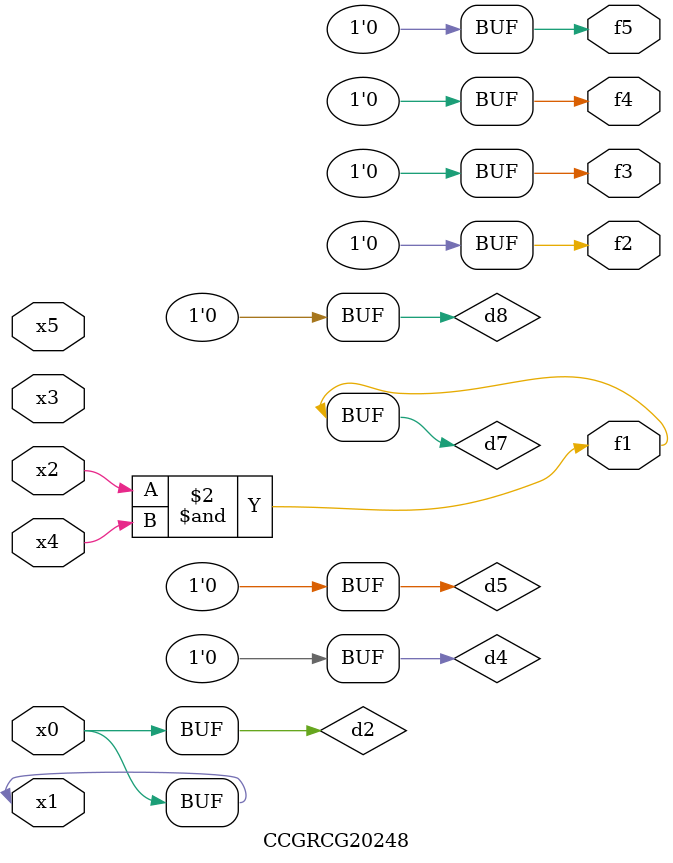
<source format=v>
module CCGRCG20248(
	input x0, x1, x2, x3, x4, x5,
	output f1, f2, f3, f4, f5
);

	wire d1, d2, d3, d4, d5, d6, d7, d8, d9;

	nand (d1, x1);
	buf (d2, x0, x1);
	nand (d3, x2, x4);
	and (d4, d1, d2);
	and (d5, d1, d2);
	nand (d6, d1, d3);
	not (d7, d3);
	xor (d8, d5);
	nor (d9, d5, d6);
	assign f1 = d7;
	assign f2 = d8;
	assign f3 = d8;
	assign f4 = d8;
	assign f5 = d8;
endmodule

</source>
